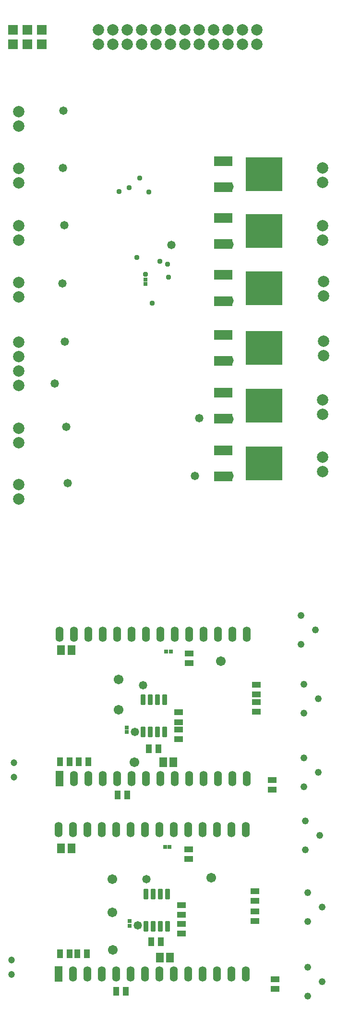
<source format=gbr>
G04 Layer_Color=16711935*
%FSLAX26Y26*%
%MOIN*%
%TF.FileFunction,Soldermask,Bot*%
%TF.Part,Single*%
G01*
G75*
%TA.AperFunction,SMDPad,CuDef*%
%ADD53R,0.041465X0.059181*%
%ADD54R,0.059181X0.041465*%
%ADD57R,0.028472X0.028472*%
%TA.AperFunction,ComponentPad*%
%ADD61C,0.078866*%
%ADD62C,0.067055*%
%ADD63R,0.068000X0.068000*%
%ADD64R,0.055244X0.106425*%
%ADD65O,0.055244X0.106425*%
%ADD66C,0.048000*%
%ADD67C,0.047370*%
%TA.AperFunction,ViaPad*%
%ADD68C,0.058000*%
%ADD69C,0.037528*%
%TA.AperFunction,SMDPad,CuDef*%
%ADD75R,0.053276X0.065087*%
%ADD76R,0.126110X0.070992*%
%ADD77R,0.252095X0.236346*%
%ADD78R,0.028472X0.028472*%
G04:AMPARAMS|DCode=79|XSize=33.591mil|YSize=72.961mil|CornerRadius=5.919mil|HoleSize=0mil|Usage=FLASHONLY|Rotation=180.000|XOffset=0mil|YOffset=0mil|HoleType=Round|Shape=RoundedRectangle|*
%AMROUNDEDRECTD79*
21,1,0.033591,0.061122,0,0,180.0*
21,1,0.021752,0.072961,0,0,180.0*
1,1,0.011839,-0.010876,0.030561*
1,1,0.011839,0.010876,0.030561*
1,1,0.011839,0.010876,-0.030561*
1,1,0.011839,-0.010876,-0.030561*
%
%ADD79ROUNDEDRECTD79*%
D53*
X613465Y1730000D02*
D03*
X546535D02*
D03*
X1013465Y1500000D02*
D03*
X946535D02*
D03*
X733465Y399999D02*
D03*
X666535D02*
D03*
X546535D02*
D03*
X613463D02*
D03*
X1003465Y140000D02*
D03*
X936535D02*
D03*
X743465Y1730000D02*
D03*
X676535D02*
D03*
X1246968Y483402D02*
D03*
X1180040D02*
D03*
X1228968Y1820402D02*
D03*
X1162040D02*
D03*
D54*
X1900000Y766535D02*
D03*
Y833465D02*
D03*
X1900001Y626535D02*
D03*
Y693465D02*
D03*
X1910000Y2263465D02*
D03*
Y2196535D02*
D03*
Y2143465D02*
D03*
Y2076535D02*
D03*
X1369504Y1886936D02*
D03*
Y1953866D02*
D03*
Y2072866D02*
D03*
Y2005936D02*
D03*
X1389504Y736716D02*
D03*
Y669786D02*
D03*
Y539936D02*
D03*
Y606866D02*
D03*
X1438504Y1123866D02*
D03*
Y1056936D02*
D03*
X1442504Y2479868D02*
D03*
Y2412938D02*
D03*
X2040001Y223464D02*
D03*
Y156536D02*
D03*
X2019999Y1603465D02*
D03*
Y1536535D02*
D03*
D57*
X1139820Y5070994D02*
D03*
Y5039498D02*
D03*
X1029504Y626150D02*
D03*
Y594654D02*
D03*
X1008504Y1969150D02*
D03*
Y1937654D02*
D03*
D61*
X1914504Y6701402D02*
D03*
Y6801402D02*
D03*
X814504Y6701402D02*
D03*
X914504D02*
D03*
X1014504D02*
D03*
X1114504D02*
D03*
X1214504D02*
D03*
X1314504D02*
D03*
X1414504D02*
D03*
X1514504D02*
D03*
X1614504D02*
D03*
X1714504D02*
D03*
X814504Y6801402D02*
D03*
X914504D02*
D03*
X1014504D02*
D03*
X1114504D02*
D03*
X1214504D02*
D03*
X1314504D02*
D03*
X1414504D02*
D03*
X1514504D02*
D03*
X1614504D02*
D03*
X1714504D02*
D03*
X1814504D02*
D03*
Y6701402D02*
D03*
X2370018Y3740444D02*
D03*
Y3840444D02*
D03*
X259782Y4337568D02*
D03*
Y4437568D02*
D03*
Y4537568D02*
D03*
Y4637568D02*
D03*
X2375924Y4543868D02*
D03*
Y4643868D02*
D03*
Y4957254D02*
D03*
Y5057254D02*
D03*
X2370018Y4138358D02*
D03*
Y4238358D02*
D03*
Y5743250D02*
D03*
Y5843250D02*
D03*
X259782Y3551742D02*
D03*
Y3651742D02*
D03*
X2370018Y5345706D02*
D03*
Y5445706D02*
D03*
X259782Y3941506D02*
D03*
Y4041506D02*
D03*
Y5740062D02*
D03*
Y5840062D02*
D03*
Y5345706D02*
D03*
Y5445706D02*
D03*
Y4951348D02*
D03*
Y5051348D02*
D03*
Y6134418D02*
D03*
Y6234418D02*
D03*
D62*
X1664504Y2426402D02*
D03*
X1064504Y1726402D02*
D03*
X954504Y2091402D02*
D03*
Y2301402D02*
D03*
X914504Y426402D02*
D03*
X911504Y688402D02*
D03*
X909504Y917402D02*
D03*
X1597504Y929402D02*
D03*
D63*
X220412Y6700168D02*
D03*
X320412D02*
D03*
X420412D02*
D03*
Y6800168D02*
D03*
X320412D02*
D03*
X220412D02*
D03*
D64*
X543246Y1613554D02*
D03*
X538324Y260208D02*
D03*
D65*
X643246Y1613554D02*
D03*
X743246D02*
D03*
X843246D02*
D03*
X943246D02*
D03*
X1043246D02*
D03*
X1143246D02*
D03*
X1243246D02*
D03*
X1343246D02*
D03*
X1443246D02*
D03*
X1543246D02*
D03*
X1643246D02*
D03*
X1743246D02*
D03*
X1843246D02*
D03*
X543246Y2613554D02*
D03*
X643246D02*
D03*
X743246D02*
D03*
X843246D02*
D03*
X943246D02*
D03*
X1043246D02*
D03*
X1143246D02*
D03*
X1243246D02*
D03*
X1343246D02*
D03*
X1443246D02*
D03*
X1543246D02*
D03*
X1643246D02*
D03*
X1743246D02*
D03*
X1843246D02*
D03*
X638324Y260208D02*
D03*
X738324D02*
D03*
X838324D02*
D03*
X938324D02*
D03*
X1038324D02*
D03*
X1138324D02*
D03*
X1238324D02*
D03*
X1338324D02*
D03*
X1438324D02*
D03*
X1538324D02*
D03*
X1638324D02*
D03*
X1738324D02*
D03*
X1838324D02*
D03*
X538324Y1260208D02*
D03*
X638324D02*
D03*
X738324D02*
D03*
X838324D02*
D03*
X938324D02*
D03*
X1038324D02*
D03*
X1138324D02*
D03*
X1238324D02*
D03*
X1338324D02*
D03*
X1438324D02*
D03*
X1538324D02*
D03*
X1638324D02*
D03*
X1738324D02*
D03*
X1838324D02*
D03*
D66*
X2221505Y2743401D02*
D03*
Y2543401D02*
D03*
X2321505Y2643401D02*
D03*
X2248505Y1321250D02*
D03*
Y1121250D02*
D03*
X2348505Y1221250D02*
D03*
X2240504Y2267401D02*
D03*
Y2067401D02*
D03*
X2340504Y2167401D02*
D03*
X2267504Y823390D02*
D03*
Y623390D02*
D03*
X2367504Y723390D02*
D03*
X2240504Y1757402D02*
D03*
Y1557402D02*
D03*
X2340504Y1657402D02*
D03*
X2267504Y307402D02*
D03*
Y107402D02*
D03*
X2367504Y207402D02*
D03*
D67*
X209504Y359402D02*
D03*
Y259402D02*
D03*
X225504Y1724402D02*
D03*
Y1624402D02*
D03*
D68*
X570000Y6240000D02*
D03*
X510000Y4350000D02*
D03*
X1724348Y4105680D02*
D03*
Y4511190D02*
D03*
Y4924576D02*
D03*
Y5314340D02*
D03*
Y5715916D02*
D03*
X1884504Y5871402D02*
D03*
Y5801402D02*
D03*
Y5731402D02*
D03*
X1964504D02*
D03*
X2044504D02*
D03*
Y5801402D02*
D03*
Y5871402D02*
D03*
X1964504Y5801402D02*
D03*
Y5871402D02*
D03*
Y5477042D02*
D03*
Y5407042D02*
D03*
X2044504Y5477042D02*
D03*
Y5407042D02*
D03*
Y5337042D02*
D03*
X1964504D02*
D03*
X1884504D02*
D03*
Y5407042D02*
D03*
Y5477042D02*
D03*
X1964504Y5082686D02*
D03*
Y5012686D02*
D03*
X2044504Y5082686D02*
D03*
Y5012686D02*
D03*
Y4942686D02*
D03*
X1964504D02*
D03*
X1884504D02*
D03*
Y5012686D02*
D03*
Y5082686D02*
D03*
X1964504Y4668908D02*
D03*
Y4598908D02*
D03*
X2044504Y4668908D02*
D03*
Y4598908D02*
D03*
Y4528908D02*
D03*
X1964504D02*
D03*
X1884504D02*
D03*
Y4598908D02*
D03*
Y4668908D02*
D03*
X1964504Y4281402D02*
D03*
Y4211402D02*
D03*
X2044504Y4281402D02*
D03*
Y4211402D02*
D03*
Y4141402D02*
D03*
X1964504D02*
D03*
X1884504D02*
D03*
Y4211402D02*
D03*
Y4281402D02*
D03*
X1964504Y3881402D02*
D03*
Y3811402D02*
D03*
X2044504Y3881402D02*
D03*
Y3811402D02*
D03*
Y3741402D02*
D03*
X1964504D02*
D03*
X1884504D02*
D03*
Y3811402D02*
D03*
Y3881402D02*
D03*
X1724504Y3711402D02*
D03*
X1484504D02*
D03*
X1514504Y4111402D02*
D03*
X1065504Y1936402D02*
D03*
X1085504Y597402D02*
D03*
X1147504Y918402D02*
D03*
X1123504Y2262402D02*
D03*
X600000Y3660000D02*
D03*
X590000Y4050000D02*
D03*
X563504Y5043402D02*
D03*
X576504Y5449402D02*
D03*
X566504Y5844402D02*
D03*
X1321238Y5310668D02*
D03*
X580000Y4640000D02*
D03*
D69*
X1141120Y5107726D02*
D03*
X1080018Y5223250D02*
D03*
X1188050Y4908908D02*
D03*
X1294504Y5177402D02*
D03*
X1239504Y5196402D02*
D03*
X1163504Y5678402D02*
D03*
X1026504Y5707402D02*
D03*
X1100504Y5774402D02*
D03*
X1300504Y5089402D02*
D03*
X957504Y5681402D02*
D03*
D75*
X1334937Y1728402D02*
D03*
X1264071D02*
D03*
X554584Y2503250D02*
D03*
X625450D02*
D03*
X554567Y1130000D02*
D03*
X625433D02*
D03*
X1310433Y375000D02*
D03*
X1239567D02*
D03*
D76*
X1681042Y4106350D02*
D03*
Y4286664D02*
D03*
Y3708436D02*
D03*
Y3888752D02*
D03*
X1681040Y5711244D02*
D03*
Y5891558D02*
D03*
Y5316884D02*
D03*
Y5497200D02*
D03*
Y4508750D02*
D03*
Y4689066D02*
D03*
Y4922528D02*
D03*
Y5102844D02*
D03*
D77*
X1964506Y4196508D02*
D03*
Y3798594D02*
D03*
X1964504Y5801402D02*
D03*
Y5407042D02*
D03*
Y4598908D02*
D03*
Y5012686D02*
D03*
D78*
X1275528Y1141112D02*
D03*
X1307024D02*
D03*
X1284270Y2493250D02*
D03*
X1315766D02*
D03*
D79*
X1122504Y2159624D02*
D03*
X1172504D02*
D03*
X1222504D02*
D03*
X1272504D02*
D03*
X1122504Y1937182D02*
D03*
X1172504D02*
D03*
X1222504D02*
D03*
X1272504D02*
D03*
X1145018Y814472D02*
D03*
X1195018D02*
D03*
X1245018D02*
D03*
X1295018D02*
D03*
X1145018Y592030D02*
D03*
X1195018D02*
D03*
X1245018D02*
D03*
X1295018D02*
D03*
%TF.MD5,2885b0847119004766d1986f34ea4d74*%
M02*

</source>
